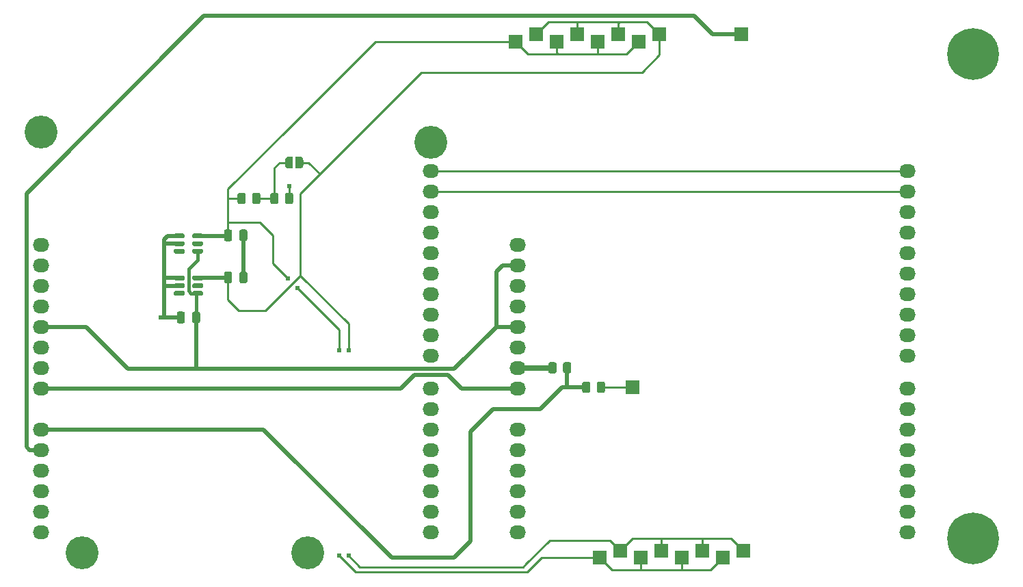
<source format=gtl>
G04 #@! TF.GenerationSoftware,KiCad,Pcbnew,6.0.10-86aedd382b~118~ubuntu18.04.1*
G04 #@! TF.CreationDate,2025-02-22T22:25:58-07:00*
G04 #@! TF.ProjectId,ard-ltc2499-test,6172642d-6c74-4633-9234-39392d746573,rev?*
G04 #@! TF.SameCoordinates,Original*
G04 #@! TF.FileFunction,Copper,L1,Top*
G04 #@! TF.FilePolarity,Positive*
%FSLAX46Y46*%
G04 Gerber Fmt 4.6, Leading zero omitted, Abs format (unit mm)*
G04 Created by KiCad (PCBNEW 6.0.10-86aedd382b~118~ubuntu18.04.1) date 2025-02-22 22:25:58*
%MOMM*%
%LPD*%
G01*
G04 APERTURE LIST*
G04 #@! TA.AperFunction,ComponentPad*
%ADD10O,2.032000X1.727200*%
G04 #@! TD*
G04 #@! TA.AperFunction,ComponentPad*
%ADD11C,4.064000*%
G04 #@! TD*
G04 #@! TA.AperFunction,ComponentPad*
%ADD12R,1.700000X1.700000*%
G04 #@! TD*
G04 #@! TA.AperFunction,ComponentPad*
%ADD13C,6.400000*%
G04 #@! TD*
G04 #@! TA.AperFunction,ViaPad*
%ADD14C,0.609600*%
G04 #@! TD*
G04 #@! TA.AperFunction,Conductor*
%ADD15C,0.381000*%
G04 #@! TD*
G04 #@! TA.AperFunction,Conductor*
%ADD16C,0.508000*%
G04 #@! TD*
G04 #@! TA.AperFunction,Conductor*
%ADD17C,0.250000*%
G04 #@! TD*
G04 #@! TA.AperFunction,Conductor*
%ADD18C,0.635000*%
G04 #@! TD*
G04 #@! TA.AperFunction,Conductor*
%ADD19C,0.254000*%
G04 #@! TD*
G04 APERTURE END LIST*
D10*
X113538000Y-85725000D03*
X113538000Y-88265000D03*
X113538000Y-90805000D03*
X113538000Y-93345000D03*
X113538000Y-95885000D03*
X113538000Y-98425000D03*
X113538000Y-100965000D03*
X113538000Y-103505000D03*
X113538000Y-108585000D03*
X113538000Y-111125000D03*
X113538000Y-113665000D03*
X113538000Y-116205000D03*
X113538000Y-118745000D03*
X113538000Y-121285000D03*
X161798000Y-76581000D03*
X161798000Y-79121000D03*
X161798000Y-81661000D03*
X161798000Y-84201000D03*
X161798000Y-86741000D03*
X161798000Y-89281000D03*
X161798000Y-91821000D03*
X161798000Y-94361000D03*
X161798000Y-96901000D03*
X161798000Y-99441000D03*
X161798000Y-103505000D03*
X161798000Y-106045000D03*
X161798000Y-108585000D03*
X161798000Y-111125000D03*
X161798000Y-113665000D03*
X161798000Y-116205000D03*
X161798000Y-118745000D03*
X161798000Y-121285000D03*
D11*
X113538000Y-71755000D03*
X118618000Y-123825000D03*
X161798000Y-73025000D03*
X146558000Y-123825000D03*
G04 #@! TA.AperFunction,SMDPad,CuDef*
G36*
X144757000Y-76315000D02*
G01*
X144257000Y-76315000D01*
X144257000Y-76310033D01*
X144177059Y-76308568D01*
X144041744Y-76266293D01*
X143923734Y-76187738D01*
X143832514Y-76079219D01*
X143775419Y-75949460D01*
X143757836Y-75815000D01*
X143757000Y-75815000D01*
X143757000Y-75315000D01*
X143757836Y-75315000D01*
X143757037Y-75308891D01*
X143778848Y-75168814D01*
X143839096Y-75040489D01*
X143932940Y-74934231D01*
X144052835Y-74858583D01*
X144189142Y-74819626D01*
X144257000Y-74820041D01*
X144257000Y-74815000D01*
X144757000Y-74815000D01*
X144757000Y-76315000D01*
G37*
G04 #@! TD.AperFunction*
G04 #@! TA.AperFunction,SMDPad,CuDef*
G36*
X145557000Y-74820041D02*
G01*
X145630905Y-74820492D01*
X145766726Y-74861111D01*
X145885688Y-74938218D01*
X145978226Y-75045615D01*
X146036903Y-75174667D01*
X146057000Y-75315000D01*
X146057000Y-75815000D01*
X146056851Y-75827216D01*
X146033331Y-75967017D01*
X145971519Y-76094596D01*
X145876384Y-76199700D01*
X145755574Y-76273877D01*
X145618801Y-76311166D01*
X145557000Y-76310033D01*
X145557000Y-76315000D01*
X145057000Y-76315000D01*
X145057000Y-74815000D01*
X145557000Y-74815000D01*
X145557000Y-74820041D01*
G37*
G04 #@! TD.AperFunction*
D12*
X174879000Y-59690000D03*
G04 #@! TA.AperFunction,SMDPad,CuDef*
G36*
G01*
X176375000Y-101415000D02*
X176375000Y-100515000D01*
G75*
G02*
X176625000Y-100265000I250000J0D01*
G01*
X177150000Y-100265000D01*
G75*
G02*
X177400000Y-100515000I0J-250000D01*
G01*
X177400000Y-101415000D01*
G75*
G02*
X177150000Y-101665000I-250000J0D01*
G01*
X176625000Y-101665000D01*
G75*
G02*
X176375000Y-101415000I0J250000D01*
G01*
G37*
G04 #@! TD.AperFunction*
G04 #@! TA.AperFunction,SMDPad,CuDef*
G36*
G01*
X178200000Y-101415000D02*
X178200000Y-100515000D01*
G75*
G02*
X178450000Y-100265000I250000J0D01*
G01*
X178975000Y-100265000D01*
G75*
G02*
X179225000Y-100515000I0J-250000D01*
G01*
X179225000Y-101415000D01*
G75*
G02*
X178975000Y-101665000I-250000J0D01*
G01*
X178450000Y-101665000D01*
G75*
G02*
X178200000Y-101415000I0J250000D01*
G01*
G37*
G04 #@! TD.AperFunction*
D10*
X220853000Y-103505000D03*
X220853000Y-106045000D03*
X220853000Y-108585000D03*
X220853000Y-111125000D03*
X220853000Y-113665000D03*
X220853000Y-116205000D03*
X220853000Y-118745000D03*
X220853000Y-121285000D03*
D12*
X172339000Y-60579000D03*
G04 #@! TA.AperFunction,SMDPad,CuDef*
G36*
G01*
X130026000Y-90005000D02*
X130026000Y-89705000D01*
G75*
G02*
X130176000Y-89555000I150000J0D01*
G01*
X131201000Y-89555000D01*
G75*
G02*
X131351000Y-89705000I0J-150000D01*
G01*
X131351000Y-90005000D01*
G75*
G02*
X131201000Y-90155000I-150000J0D01*
G01*
X130176000Y-90155000D01*
G75*
G02*
X130026000Y-90005000I0J150000D01*
G01*
G37*
G04 #@! TD.AperFunction*
G04 #@! TA.AperFunction,SMDPad,CuDef*
G36*
G01*
X130026000Y-90955000D02*
X130026000Y-90655000D01*
G75*
G02*
X130176000Y-90505000I150000J0D01*
G01*
X131201000Y-90505000D01*
G75*
G02*
X131351000Y-90655000I0J-150000D01*
G01*
X131351000Y-90955000D01*
G75*
G02*
X131201000Y-91105000I-150000J0D01*
G01*
X130176000Y-91105000D01*
G75*
G02*
X130026000Y-90955000I0J150000D01*
G01*
G37*
G04 #@! TD.AperFunction*
G04 #@! TA.AperFunction,SMDPad,CuDef*
G36*
G01*
X130026000Y-91905000D02*
X130026000Y-91605000D01*
G75*
G02*
X130176000Y-91455000I150000J0D01*
G01*
X131201000Y-91455000D01*
G75*
G02*
X131351000Y-91605000I0J-150000D01*
G01*
X131351000Y-91905000D01*
G75*
G02*
X131201000Y-92055000I-150000J0D01*
G01*
X130176000Y-92055000D01*
G75*
G02*
X130026000Y-91905000I0J150000D01*
G01*
G37*
G04 #@! TD.AperFunction*
G04 #@! TA.AperFunction,SMDPad,CuDef*
G36*
G01*
X132301000Y-91905000D02*
X132301000Y-91605000D01*
G75*
G02*
X132451000Y-91455000I150000J0D01*
G01*
X133476000Y-91455000D01*
G75*
G02*
X133626000Y-91605000I0J-150000D01*
G01*
X133626000Y-91905000D01*
G75*
G02*
X133476000Y-92055000I-150000J0D01*
G01*
X132451000Y-92055000D01*
G75*
G02*
X132301000Y-91905000I0J150000D01*
G01*
G37*
G04 #@! TD.AperFunction*
G04 #@! TA.AperFunction,SMDPad,CuDef*
G36*
G01*
X132301000Y-90955000D02*
X132301000Y-90655000D01*
G75*
G02*
X132451000Y-90505000I150000J0D01*
G01*
X133476000Y-90505000D01*
G75*
G02*
X133626000Y-90655000I0J-150000D01*
G01*
X133626000Y-90955000D01*
G75*
G02*
X133476000Y-91105000I-150000J0D01*
G01*
X132451000Y-91105000D01*
G75*
G02*
X132301000Y-90955000I0J150000D01*
G01*
G37*
G04 #@! TD.AperFunction*
G04 #@! TA.AperFunction,SMDPad,CuDef*
G36*
G01*
X132301000Y-90005000D02*
X132301000Y-89705000D01*
G75*
G02*
X132451000Y-89555000I150000J0D01*
G01*
X133476000Y-89555000D01*
G75*
G02*
X133626000Y-89705000I0J-150000D01*
G01*
X133626000Y-90005000D01*
G75*
G02*
X133476000Y-90155000I-150000J0D01*
G01*
X132451000Y-90155000D01*
G75*
G02*
X132301000Y-90005000I0J150000D01*
G01*
G37*
G04 #@! TD.AperFunction*
G04 #@! TA.AperFunction,SMDPad,CuDef*
G36*
G01*
X130026000Y-84798000D02*
X130026000Y-84498000D01*
G75*
G02*
X130176000Y-84348000I150000J0D01*
G01*
X131201000Y-84348000D01*
G75*
G02*
X131351000Y-84498000I0J-150000D01*
G01*
X131351000Y-84798000D01*
G75*
G02*
X131201000Y-84948000I-150000J0D01*
G01*
X130176000Y-84948000D01*
G75*
G02*
X130026000Y-84798000I0J150000D01*
G01*
G37*
G04 #@! TD.AperFunction*
G04 #@! TA.AperFunction,SMDPad,CuDef*
G36*
G01*
X130026000Y-85748000D02*
X130026000Y-85448000D01*
G75*
G02*
X130176000Y-85298000I150000J0D01*
G01*
X131201000Y-85298000D01*
G75*
G02*
X131351000Y-85448000I0J-150000D01*
G01*
X131351000Y-85748000D01*
G75*
G02*
X131201000Y-85898000I-150000J0D01*
G01*
X130176000Y-85898000D01*
G75*
G02*
X130026000Y-85748000I0J150000D01*
G01*
G37*
G04 #@! TD.AperFunction*
G04 #@! TA.AperFunction,SMDPad,CuDef*
G36*
G01*
X130026000Y-86698000D02*
X130026000Y-86398000D01*
G75*
G02*
X130176000Y-86248000I150000J0D01*
G01*
X131201000Y-86248000D01*
G75*
G02*
X131351000Y-86398000I0J-150000D01*
G01*
X131351000Y-86698000D01*
G75*
G02*
X131201000Y-86848000I-150000J0D01*
G01*
X130176000Y-86848000D01*
G75*
G02*
X130026000Y-86698000I0J150000D01*
G01*
G37*
G04 #@! TD.AperFunction*
G04 #@! TA.AperFunction,SMDPad,CuDef*
G36*
G01*
X132301000Y-86698000D02*
X132301000Y-86398000D01*
G75*
G02*
X132451000Y-86248000I150000J0D01*
G01*
X133476000Y-86248000D01*
G75*
G02*
X133626000Y-86398000I0J-150000D01*
G01*
X133626000Y-86698000D01*
G75*
G02*
X133476000Y-86848000I-150000J0D01*
G01*
X132451000Y-86848000D01*
G75*
G02*
X132301000Y-86698000I0J150000D01*
G01*
G37*
G04 #@! TD.AperFunction*
G04 #@! TA.AperFunction,SMDPad,CuDef*
G36*
G01*
X132301000Y-85748000D02*
X132301000Y-85448000D01*
G75*
G02*
X132451000Y-85298000I150000J0D01*
G01*
X133476000Y-85298000D01*
G75*
G02*
X133626000Y-85448000I0J-150000D01*
G01*
X133626000Y-85748000D01*
G75*
G02*
X133476000Y-85898000I-150000J0D01*
G01*
X132451000Y-85898000D01*
G75*
G02*
X132301000Y-85748000I0J150000D01*
G01*
G37*
G04 #@! TD.AperFunction*
G04 #@! TA.AperFunction,SMDPad,CuDef*
G36*
G01*
X132301000Y-84798000D02*
X132301000Y-84498000D01*
G75*
G02*
X132451000Y-84348000I150000J0D01*
G01*
X133476000Y-84348000D01*
G75*
G02*
X133626000Y-84498000I0J-150000D01*
G01*
X133626000Y-84798000D01*
G75*
G02*
X133476000Y-84948000I-150000J0D01*
G01*
X132451000Y-84948000D01*
G75*
G02*
X132301000Y-84798000I0J150000D01*
G01*
G37*
G04 #@! TD.AperFunction*
X200533000Y-123571000D03*
D10*
X172593000Y-108585000D03*
X172593000Y-111125000D03*
X172593000Y-113665000D03*
X172593000Y-116205000D03*
X172593000Y-118745000D03*
X172593000Y-121285000D03*
G04 #@! TA.AperFunction,SMDPad,CuDef*
G36*
G01*
X144808000Y-79560000D02*
X144808000Y-80460000D01*
G75*
G02*
X144558000Y-80710000I-250000J0D01*
G01*
X144033000Y-80710000D01*
G75*
G02*
X143783000Y-80460000I0J250000D01*
G01*
X143783000Y-79560000D01*
G75*
G02*
X144033000Y-79310000I250000J0D01*
G01*
X144558000Y-79310000D01*
G75*
G02*
X144808000Y-79560000I0J-250000D01*
G01*
G37*
G04 #@! TD.AperFunction*
G04 #@! TA.AperFunction,SMDPad,CuDef*
G36*
G01*
X142983000Y-79560000D02*
X142983000Y-80460000D01*
G75*
G02*
X142733000Y-80710000I-250000J0D01*
G01*
X142208000Y-80710000D01*
G75*
G02*
X141958000Y-80460000I0J250000D01*
G01*
X141958000Y-79560000D01*
G75*
G02*
X142208000Y-79310000I250000J0D01*
G01*
X142733000Y-79310000D01*
G75*
G02*
X142983000Y-79560000I0J-250000D01*
G01*
G37*
G04 #@! TD.AperFunction*
D12*
X177419000Y-60579000D03*
X195453000Y-123571000D03*
D13*
X228981000Y-122047000D03*
D12*
X187833000Y-124460000D03*
G04 #@! TA.AperFunction,SMDPad,CuDef*
G36*
G01*
X180566000Y-103828000D02*
X180566000Y-102928000D01*
G75*
G02*
X180816000Y-102678000I250000J0D01*
G01*
X181341000Y-102678000D01*
G75*
G02*
X181591000Y-102928000I0J-250000D01*
G01*
X181591000Y-103828000D01*
G75*
G02*
X181341000Y-104078000I-250000J0D01*
G01*
X180816000Y-104078000D01*
G75*
G02*
X180566000Y-103828000I0J250000D01*
G01*
G37*
G04 #@! TD.AperFunction*
G04 #@! TA.AperFunction,SMDPad,CuDef*
G36*
G01*
X182391000Y-103828000D02*
X182391000Y-102928000D01*
G75*
G02*
X182641000Y-102678000I250000J0D01*
G01*
X183166000Y-102678000D01*
G75*
G02*
X183416000Y-102928000I0J-250000D01*
G01*
X183416000Y-103828000D01*
G75*
G02*
X183166000Y-104078000I-250000J0D01*
G01*
X182641000Y-104078000D01*
G75*
G02*
X182391000Y-103828000I0J250000D01*
G01*
G37*
G04 #@! TD.AperFunction*
D10*
X220853000Y-76581000D03*
X220853000Y-79121000D03*
X220853000Y-81661000D03*
X220853000Y-84201000D03*
X220853000Y-86741000D03*
X220853000Y-89281000D03*
X220853000Y-91821000D03*
X220853000Y-94361000D03*
X220853000Y-96901000D03*
X220853000Y-99441000D03*
D12*
X185039000Y-59690000D03*
X186817000Y-103378000D03*
G04 #@! TA.AperFunction,SMDPad,CuDef*
G36*
G01*
X136218000Y-90264000D02*
X136218000Y-89314000D01*
G75*
G02*
X136468000Y-89064000I250000J0D01*
G01*
X136968000Y-89064000D01*
G75*
G02*
X137218000Y-89314000I0J-250000D01*
G01*
X137218000Y-90264000D01*
G75*
G02*
X136968000Y-90514000I-250000J0D01*
G01*
X136468000Y-90514000D01*
G75*
G02*
X136218000Y-90264000I0J250000D01*
G01*
G37*
G04 #@! TD.AperFunction*
G04 #@! TA.AperFunction,SMDPad,CuDef*
G36*
G01*
X138118000Y-90264000D02*
X138118000Y-89314000D01*
G75*
G02*
X138368000Y-89064000I250000J0D01*
G01*
X138868000Y-89064000D01*
G75*
G02*
X139118000Y-89314000I0J-250000D01*
G01*
X139118000Y-90264000D01*
G75*
G02*
X138868000Y-90514000I-250000J0D01*
G01*
X138368000Y-90514000D01*
G75*
G02*
X138118000Y-90264000I0J250000D01*
G01*
G37*
G04 #@! TD.AperFunction*
X200279000Y-59690000D03*
X182753000Y-124460000D03*
X192913000Y-124460000D03*
G04 #@! TA.AperFunction,SMDPad,CuDef*
G36*
G01*
X136218000Y-85057000D02*
X136218000Y-84107000D01*
G75*
G02*
X136468000Y-83857000I250000J0D01*
G01*
X136968000Y-83857000D01*
G75*
G02*
X137218000Y-84107000I0J-250000D01*
G01*
X137218000Y-85057000D01*
G75*
G02*
X136968000Y-85307000I-250000J0D01*
G01*
X136468000Y-85307000D01*
G75*
G02*
X136218000Y-85057000I0J250000D01*
G01*
G37*
G04 #@! TD.AperFunction*
G04 #@! TA.AperFunction,SMDPad,CuDef*
G36*
G01*
X138118000Y-85057000D02*
X138118000Y-84107000D01*
G75*
G02*
X138368000Y-83857000I250000J0D01*
G01*
X138868000Y-83857000D01*
G75*
G02*
X139118000Y-84107000I0J-250000D01*
G01*
X139118000Y-85057000D01*
G75*
G02*
X138868000Y-85307000I-250000J0D01*
G01*
X138368000Y-85307000D01*
G75*
G02*
X138118000Y-85057000I0J250000D01*
G01*
G37*
G04 #@! TD.AperFunction*
X190119000Y-59690000D03*
X197993000Y-124460000D03*
X179959000Y-59690000D03*
G04 #@! TA.AperFunction,SMDPad,CuDef*
G36*
G01*
X133276000Y-94267000D02*
X133276000Y-95217000D01*
G75*
G02*
X133026000Y-95467000I-250000J0D01*
G01*
X132526000Y-95467000D01*
G75*
G02*
X132276000Y-95217000I0J250000D01*
G01*
X132276000Y-94267000D01*
G75*
G02*
X132526000Y-94017000I250000J0D01*
G01*
X133026000Y-94017000D01*
G75*
G02*
X133276000Y-94267000I0J-250000D01*
G01*
G37*
G04 #@! TD.AperFunction*
G04 #@! TA.AperFunction,SMDPad,CuDef*
G36*
G01*
X131376000Y-94267000D02*
X131376000Y-95217000D01*
G75*
G02*
X131126000Y-95467000I-250000J0D01*
G01*
X130626000Y-95467000D01*
G75*
G02*
X130376000Y-95217000I0J250000D01*
G01*
X130376000Y-94267000D01*
G75*
G02*
X130626000Y-94017000I250000J0D01*
G01*
X131126000Y-94017000D01*
G75*
G02*
X131376000Y-94267000I0J-250000D01*
G01*
G37*
G04 #@! TD.AperFunction*
X182499000Y-60579000D03*
G04 #@! TA.AperFunction,SMDPad,CuDef*
G36*
G01*
X140744000Y-79560000D02*
X140744000Y-80460000D01*
G75*
G02*
X140494000Y-80710000I-250000J0D01*
G01*
X139969000Y-80710000D01*
G75*
G02*
X139719000Y-80460000I0J250000D01*
G01*
X139719000Y-79560000D01*
G75*
G02*
X139969000Y-79310000I250000J0D01*
G01*
X140494000Y-79310000D01*
G75*
G02*
X140744000Y-79560000I0J-250000D01*
G01*
G37*
G04 #@! TD.AperFunction*
G04 #@! TA.AperFunction,SMDPad,CuDef*
G36*
G01*
X138919000Y-79560000D02*
X138919000Y-80460000D01*
G75*
G02*
X138669000Y-80710000I-250000J0D01*
G01*
X138144000Y-80710000D01*
G75*
G02*
X137894000Y-80460000I0J250000D01*
G01*
X137894000Y-79560000D01*
G75*
G02*
X138144000Y-79310000I250000J0D01*
G01*
X138669000Y-79310000D01*
G75*
G02*
X138919000Y-79560000I0J-250000D01*
G01*
G37*
G04 #@! TD.AperFunction*
D10*
X172593000Y-85725000D03*
X172593000Y-88265000D03*
X172593000Y-90805000D03*
X172593000Y-93345000D03*
X172593000Y-95885000D03*
X172593000Y-98425000D03*
X172593000Y-100965000D03*
X172593000Y-103505000D03*
D12*
X185293000Y-123571000D03*
D13*
X228981000Y-62103000D03*
D12*
X190373000Y-123571000D03*
X187579000Y-60579000D03*
D14*
X128397000Y-94742000D03*
X138618011Y-88011000D03*
X129159000Y-94742000D03*
X144272000Y-78486000D03*
X138618011Y-86233000D03*
X138618011Y-87122000D03*
X145288000Y-91059000D03*
X144145000Y-89916000D03*
X150495000Y-98806000D03*
X150495000Y-124206000D03*
X151638000Y-98806000D03*
X151638000Y-124206000D03*
D15*
X132776000Y-91942500D02*
X132963500Y-91755000D01*
X132776000Y-94742000D02*
X132776000Y-91942500D01*
D16*
X170688000Y-88265000D02*
X169926000Y-89027000D01*
D15*
X132776000Y-101031000D02*
X132715000Y-101092000D01*
X132963500Y-86548000D02*
X132963500Y-87635500D01*
D16*
X172593000Y-88265000D02*
X170688000Y-88265000D01*
D15*
X132141000Y-91755000D02*
X132963500Y-91755000D01*
D16*
X132776011Y-94742000D02*
X132776011Y-101030989D01*
X169926000Y-95885000D02*
X164719000Y-101092000D01*
X172593000Y-95885000D02*
X169926000Y-95885000D01*
D15*
X131856980Y-91470980D02*
X132141000Y-91755000D01*
D16*
X132715000Y-101092000D02*
X124333000Y-101092000D01*
X169926000Y-89027000D02*
X169926000Y-95885000D01*
X124333000Y-101092000D02*
X119126000Y-95885000D01*
D15*
X131856980Y-88742020D02*
X131856980Y-91470980D01*
D16*
X164719000Y-101092000D02*
X132715000Y-101092000D01*
X119126000Y-95885000D02*
X113538000Y-95885000D01*
D15*
X132963500Y-87635500D02*
X131856980Y-88742020D01*
D16*
X130688500Y-90805000D02*
X128778000Y-90805000D01*
X130688500Y-85598000D02*
X128778000Y-85598000D01*
X128778000Y-89789000D02*
X128778000Y-90805000D01*
X128778000Y-90805000D02*
X128778000Y-94742000D01*
X130688500Y-84648000D02*
X129220000Y-84648000D01*
D17*
X144295500Y-80010000D02*
X144295500Y-78509500D01*
D16*
X130876000Y-94742000D02*
X129159000Y-94742000D01*
X129159000Y-94742000D02*
X128778000Y-94742000D01*
X129220000Y-84648000D02*
X128778000Y-85090000D01*
X138618000Y-87061000D02*
X138618000Y-87950000D01*
D17*
X144295500Y-78509500D02*
X144272000Y-78486000D01*
D16*
X138618000Y-87950000D02*
X138618000Y-89789000D01*
X130688500Y-89855000D02*
X128844000Y-89855000D01*
X138618000Y-86172000D02*
X138618000Y-87061000D01*
X128778000Y-94742000D02*
X128397000Y-94742000D01*
X128844000Y-89855000D02*
X128778000Y-89789000D01*
D18*
X176887500Y-100965000D02*
X172593000Y-100965000D01*
D16*
X128778000Y-85090000D02*
X128778000Y-85598000D01*
X138618000Y-84582000D02*
X138618000Y-86172000D01*
X128778000Y-85598000D02*
X128778000Y-89789000D01*
X113538000Y-103505000D02*
X158115000Y-103505000D01*
X159766000Y-101854000D02*
X163957000Y-101854000D01*
X158115000Y-103505000D02*
X159766000Y-101854000D01*
X165608000Y-103505000D02*
X172593000Y-103505000D01*
X163957000Y-101854000D02*
X165608000Y-103505000D01*
X169545000Y-106045000D02*
X166751000Y-108839000D01*
D17*
X178689000Y-100988500D02*
X178712500Y-100965000D01*
D16*
X141097000Y-108585000D02*
X113538000Y-108585000D01*
X178054000Y-103378000D02*
X178562000Y-103378000D01*
X175387000Y-106045000D02*
X169545000Y-106045000D01*
X178689000Y-103378000D02*
X178689000Y-100988500D01*
X156972000Y-124460000D02*
X141097000Y-108585000D01*
X166751000Y-108839000D02*
X166751000Y-122428000D01*
X164719000Y-124460000D02*
X156972000Y-124460000D01*
X166751000Y-122428000D02*
X164719000Y-124460000D01*
X178562000Y-103378000D02*
X181078500Y-103378000D01*
X178054000Y-103378000D02*
X175387000Y-106045000D01*
X194437000Y-57404000D02*
X196723000Y-59690000D01*
X113538000Y-111125000D02*
X112141000Y-111125000D01*
X112141000Y-111125000D02*
X111760000Y-110744000D01*
X111760000Y-110744000D02*
X111760000Y-79375000D01*
X111760000Y-79375000D02*
X133731000Y-57404000D01*
X133731000Y-57404000D02*
X194437000Y-57404000D01*
X196723000Y-59690000D02*
X200279000Y-59690000D01*
D19*
X220853000Y-79121000D02*
X161798000Y-79121000D01*
X220853000Y-76581000D02*
X161798000Y-76581000D01*
X177546000Y-62103000D02*
X182372000Y-62103000D01*
X182499000Y-61976000D02*
X182372000Y-62103000D01*
X182753000Y-124460000D02*
X184277000Y-125984000D01*
X173863000Y-62103000D02*
X177546000Y-62103000D01*
X172339000Y-60579000D02*
X154940000Y-60579000D01*
X142240000Y-88011000D02*
X142240000Y-84582000D01*
X152527000Y-126238000D02*
X150495000Y-124206000D01*
X182499000Y-60579000D02*
X182499000Y-61976000D01*
X187833000Y-125857000D02*
X187960000Y-125984000D01*
X136718000Y-78801000D02*
X136718000Y-79949000D01*
X182753000Y-124460000D02*
X175514000Y-124460000D01*
X173736000Y-126238000D02*
X152527000Y-126238000D01*
X154940000Y-60579000D02*
X144272000Y-71247000D01*
X186055000Y-62103000D02*
X187579000Y-60579000D01*
X172339000Y-60579000D02*
X173863000Y-62103000D01*
X175514000Y-124460000D02*
X173736000Y-126238000D01*
X136718000Y-82992000D02*
X136718000Y-84582000D01*
X144145000Y-89916000D02*
X142240000Y-88011000D01*
D16*
X132963500Y-84648000D02*
X136652000Y-84648000D01*
D19*
X182372000Y-62103000D02*
X186055000Y-62103000D01*
X177419000Y-60579000D02*
X177419000Y-61976000D01*
X187833000Y-124460000D02*
X187833000Y-125857000D01*
X150495000Y-98806000D02*
X150495000Y-96266000D01*
X192913000Y-124460000D02*
X192913000Y-125984000D01*
X184277000Y-125984000D02*
X187960000Y-125984000D01*
X142240000Y-84582000D02*
X140650000Y-82992000D01*
X144272000Y-71247000D02*
X136718000Y-78801000D01*
D17*
X136779000Y-80010000D02*
X136718000Y-79949000D01*
D19*
X196469000Y-125984000D02*
X197993000Y-124460000D01*
X140650000Y-82992000D02*
X136718000Y-82992000D01*
D16*
X136652000Y-84648000D02*
X136718000Y-84582000D01*
D17*
X138406500Y-80010000D02*
X136779000Y-80010000D01*
D19*
X136718000Y-79949000D02*
X136718000Y-82992000D01*
X192913000Y-125984000D02*
X196469000Y-125984000D01*
X150495000Y-96266000D02*
X145288000Y-91059000D01*
X177419000Y-61976000D02*
X177546000Y-62103000D01*
X187960000Y-125984000D02*
X192913000Y-125984000D01*
X195326000Y-122047000D02*
X190500000Y-122047000D01*
X179959000Y-58166000D02*
X176403000Y-58166000D01*
X166370000Y-125603000D02*
X153035000Y-125603000D01*
X190119000Y-59690000D02*
X188595000Y-58166000D01*
X187960000Y-64389000D02*
X190119000Y-62230000D01*
X195453000Y-123571000D02*
X195453000Y-122174000D01*
X185039000Y-59690000D02*
X185039000Y-58293000D01*
X173609000Y-125222000D02*
X173228000Y-125603000D01*
X190119000Y-62230000D02*
X190119000Y-59690000D01*
X185293000Y-123571000D02*
X184023000Y-122301000D01*
X176530000Y-122301000D02*
X173609000Y-125222000D01*
X151638000Y-98806000D02*
X151638000Y-95504000D01*
X153035000Y-125603000D02*
X151638000Y-124206000D01*
X185166000Y-58166000D02*
X179959000Y-58166000D01*
X145669000Y-79375000D02*
X148082000Y-76962000D01*
X185039000Y-58293000D02*
X185166000Y-58166000D01*
D17*
X146685000Y-75565000D02*
X148082000Y-76962000D01*
D19*
X138049000Y-93853000D02*
X141351000Y-93853000D01*
D16*
X132963500Y-89855000D02*
X136591000Y-89855000D01*
D19*
X145669000Y-80010000D02*
X145669000Y-79375000D01*
X181610000Y-122301000D02*
X176530000Y-122301000D01*
X188595000Y-58166000D02*
X185166000Y-58166000D01*
X199009000Y-122047000D02*
X195326000Y-122047000D01*
X173228000Y-125603000D02*
X166370000Y-125603000D01*
X190500000Y-122047000D02*
X186817000Y-122047000D01*
X190373000Y-122174000D02*
X190500000Y-122047000D01*
X148082000Y-76962000D02*
X160655000Y-64389000D01*
X200533000Y-123571000D02*
X199009000Y-122047000D01*
D17*
X145557000Y-75565000D02*
X146685000Y-75565000D01*
D19*
X145669000Y-89535000D02*
X145669000Y-80010000D01*
X141351000Y-93853000D02*
X145669000Y-89535000D01*
X195453000Y-122174000D02*
X195326000Y-122047000D01*
X179959000Y-59690000D02*
X179959000Y-58166000D01*
X184023000Y-122301000D02*
X181610000Y-122301000D01*
X176403000Y-58166000D02*
X174879000Y-59690000D01*
X136718000Y-89789000D02*
X136718000Y-92522000D01*
X136718000Y-92522000D02*
X138049000Y-93853000D01*
D16*
X136591000Y-89855000D02*
X136657000Y-89789000D01*
D19*
X160655000Y-64389000D02*
X187960000Y-64389000D01*
X186817000Y-122047000D02*
X185293000Y-123571000D01*
X151638000Y-95504000D02*
X145669000Y-89535000D01*
X190373000Y-123571000D02*
X190373000Y-122174000D01*
X142470500Y-80010000D02*
X142470500Y-76223500D01*
X143129000Y-75565000D02*
X144257000Y-75565000D01*
X142470500Y-76223500D02*
X143129000Y-75565000D01*
X142470500Y-80010000D02*
X140231500Y-80010000D01*
D17*
X186817000Y-103378000D02*
X182903500Y-103378000D01*
M02*

</source>
